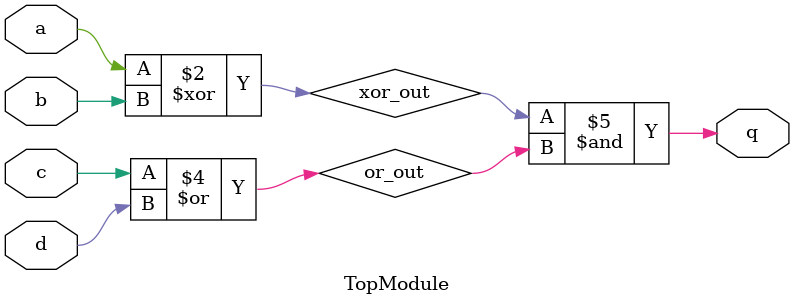
<source format=sv>

module TopModule (
  input a,
  input b,
  input c,
  input d,
  output q
);
always @* begin
    xor_out = a ^ b;
end

always @* begin
    or_out = c | d;
end

assign q = xor_out & or_out;
endmodule

</source>
